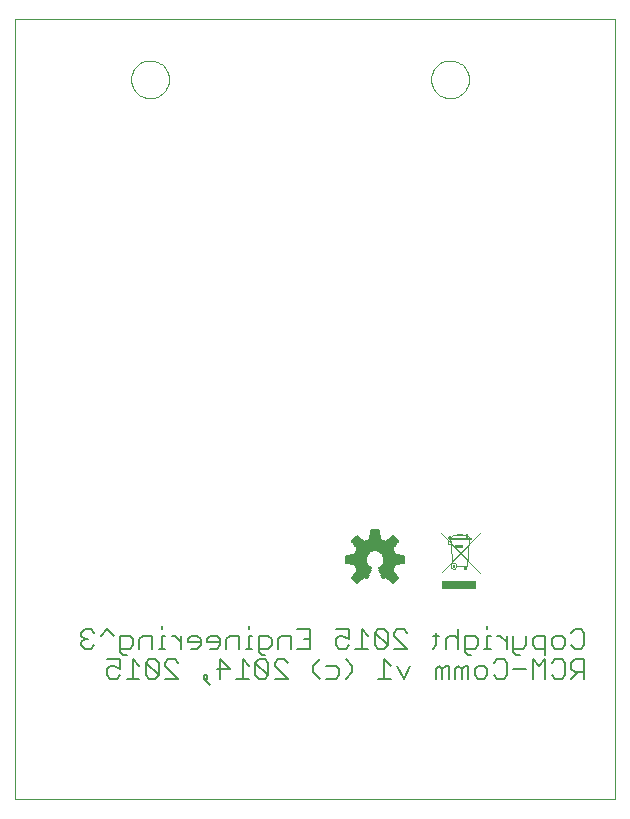
<source format=gbo>
G75*
%MOIN*%
%OFA0B0*%
%FSLAX24Y24*%
%IPPOS*%
%LPD*%
%AMOC8*
5,1,8,0,0,1.08239X$1,22.5*
%
%ADD10C,0.0000*%
%ADD11C,0.0060*%
%ADD12C,0.0059*%
%ADD13C,0.0039*%
%ADD14R,0.1157X0.0291*%
D10*
X006110Y000150D02*
X006110Y026150D01*
X026110Y026150D01*
X026110Y017350D01*
X026109Y000148D01*
X006110Y000150D01*
X009980Y024150D02*
X009982Y024200D01*
X009988Y024250D01*
X009998Y024299D01*
X010012Y024347D01*
X010029Y024394D01*
X010050Y024439D01*
X010075Y024483D01*
X010103Y024524D01*
X010135Y024563D01*
X010169Y024600D01*
X010206Y024634D01*
X010246Y024664D01*
X010288Y024691D01*
X010332Y024715D01*
X010378Y024736D01*
X010425Y024752D01*
X010473Y024765D01*
X010523Y024774D01*
X010572Y024779D01*
X010623Y024780D01*
X010673Y024777D01*
X010722Y024770D01*
X010771Y024759D01*
X010819Y024744D01*
X010865Y024726D01*
X010910Y024704D01*
X010953Y024678D01*
X010994Y024649D01*
X011033Y024617D01*
X011069Y024582D01*
X011101Y024544D01*
X011131Y024504D01*
X011158Y024461D01*
X011181Y024417D01*
X011200Y024371D01*
X011216Y024323D01*
X011228Y024274D01*
X011236Y024225D01*
X011240Y024175D01*
X011240Y024125D01*
X011236Y024075D01*
X011228Y024026D01*
X011216Y023977D01*
X011200Y023929D01*
X011181Y023883D01*
X011158Y023839D01*
X011131Y023796D01*
X011101Y023756D01*
X011069Y023718D01*
X011033Y023683D01*
X010994Y023651D01*
X010953Y023622D01*
X010910Y023596D01*
X010865Y023574D01*
X010819Y023556D01*
X010771Y023541D01*
X010722Y023530D01*
X010673Y023523D01*
X010623Y023520D01*
X010572Y023521D01*
X010523Y023526D01*
X010473Y023535D01*
X010425Y023548D01*
X010378Y023564D01*
X010332Y023585D01*
X010288Y023609D01*
X010246Y023636D01*
X010206Y023666D01*
X010169Y023700D01*
X010135Y023737D01*
X010103Y023776D01*
X010075Y023817D01*
X010050Y023861D01*
X010029Y023906D01*
X010012Y023953D01*
X009998Y024001D01*
X009988Y024050D01*
X009982Y024100D01*
X009980Y024150D01*
X019980Y024150D02*
X019982Y024200D01*
X019988Y024250D01*
X019998Y024299D01*
X020012Y024347D01*
X020029Y024394D01*
X020050Y024439D01*
X020075Y024483D01*
X020103Y024524D01*
X020135Y024563D01*
X020169Y024600D01*
X020206Y024634D01*
X020246Y024664D01*
X020288Y024691D01*
X020332Y024715D01*
X020378Y024736D01*
X020425Y024752D01*
X020473Y024765D01*
X020523Y024774D01*
X020572Y024779D01*
X020623Y024780D01*
X020673Y024777D01*
X020722Y024770D01*
X020771Y024759D01*
X020819Y024744D01*
X020865Y024726D01*
X020910Y024704D01*
X020953Y024678D01*
X020994Y024649D01*
X021033Y024617D01*
X021069Y024582D01*
X021101Y024544D01*
X021131Y024504D01*
X021158Y024461D01*
X021181Y024417D01*
X021200Y024371D01*
X021216Y024323D01*
X021228Y024274D01*
X021236Y024225D01*
X021240Y024175D01*
X021240Y024125D01*
X021236Y024075D01*
X021228Y024026D01*
X021216Y023977D01*
X021200Y023929D01*
X021181Y023883D01*
X021158Y023839D01*
X021131Y023796D01*
X021101Y023756D01*
X021069Y023718D01*
X021033Y023683D01*
X020994Y023651D01*
X020953Y023622D01*
X020910Y023596D01*
X020865Y023574D01*
X020819Y023556D01*
X020771Y023541D01*
X020722Y023530D01*
X020673Y023523D01*
X020623Y023520D01*
X020572Y023521D01*
X020523Y023526D01*
X020473Y023535D01*
X020425Y023548D01*
X020378Y023564D01*
X020332Y023585D01*
X020288Y023609D01*
X020246Y023636D01*
X020206Y023666D01*
X020169Y023700D01*
X020135Y023737D01*
X020103Y023776D01*
X020075Y023817D01*
X020050Y023861D01*
X020029Y023906D01*
X020012Y023953D01*
X019998Y024001D01*
X019988Y024050D01*
X019982Y024100D01*
X019980Y024150D01*
D11*
X021858Y005927D02*
X021858Y005821D01*
X021858Y005607D02*
X021858Y005180D01*
X021965Y005180D02*
X021751Y005180D01*
X021535Y005287D02*
X021428Y005180D01*
X021108Y005180D01*
X021108Y005073D02*
X021108Y005607D01*
X021428Y005607D01*
X021535Y005500D01*
X021535Y005287D01*
X021215Y004966D02*
X021108Y005073D01*
X021215Y004966D02*
X021321Y004966D01*
X021213Y004607D02*
X021106Y004607D01*
X020999Y004500D01*
X020892Y004607D01*
X020786Y004500D01*
X020786Y004180D01*
X020999Y004180D02*
X020999Y004500D01*
X021213Y004607D02*
X021213Y004180D01*
X021430Y004287D02*
X021430Y004500D01*
X021537Y004607D01*
X021750Y004607D01*
X021857Y004500D01*
X021857Y004287D01*
X021750Y004180D01*
X021537Y004180D01*
X021430Y004287D01*
X022075Y004287D02*
X022182Y004180D01*
X022395Y004180D01*
X022502Y004287D01*
X022502Y004714D01*
X022395Y004821D01*
X022182Y004821D01*
X022075Y004714D01*
X022502Y005180D02*
X022502Y005607D01*
X022502Y005394D02*
X022288Y005607D01*
X022182Y005607D01*
X021965Y005607D02*
X021858Y005607D01*
X022719Y005607D02*
X022719Y005073D01*
X022826Y004966D01*
X022933Y004966D01*
X023040Y005180D02*
X022719Y005180D01*
X023040Y005180D02*
X023146Y005287D01*
X023146Y005607D01*
X023364Y005500D02*
X023364Y005287D01*
X023471Y005180D01*
X023791Y005180D01*
X023791Y004966D02*
X023791Y005607D01*
X023471Y005607D01*
X023364Y005500D01*
X024008Y005500D02*
X024115Y005607D01*
X024329Y005607D01*
X024435Y005500D01*
X024435Y005287D01*
X024329Y005180D01*
X024115Y005180D01*
X024008Y005287D01*
X024008Y005500D01*
X024653Y005287D02*
X024760Y005180D01*
X024973Y005180D01*
X025080Y005287D01*
X025080Y005714D01*
X024973Y005821D01*
X024760Y005821D01*
X024653Y005714D01*
X024760Y004821D02*
X024653Y004714D01*
X024653Y004500D01*
X024760Y004394D01*
X025080Y004394D01*
X024866Y004394D02*
X024653Y004180D01*
X024435Y004287D02*
X024329Y004180D01*
X024115Y004180D01*
X024008Y004287D01*
X023791Y004180D02*
X023791Y004821D01*
X023577Y004607D01*
X023364Y004821D01*
X023364Y004180D01*
X023146Y004500D02*
X022719Y004500D01*
X024008Y004714D02*
X024115Y004821D01*
X024329Y004821D01*
X024435Y004714D01*
X024435Y004287D01*
X024760Y004821D02*
X025080Y004821D01*
X025080Y004180D01*
X020890Y005180D02*
X020890Y005821D01*
X020784Y005607D02*
X020570Y005607D01*
X020463Y005500D01*
X020463Y005180D01*
X020139Y005287D02*
X020032Y005180D01*
X020139Y005287D02*
X020139Y005714D01*
X020246Y005607D02*
X020032Y005607D01*
X020784Y005607D02*
X020890Y005500D01*
X020568Y004607D02*
X020461Y004607D01*
X020355Y004500D01*
X020248Y004607D01*
X020141Y004500D01*
X020141Y004180D01*
X020355Y004180D02*
X020355Y004500D01*
X020568Y004607D02*
X020568Y004180D01*
X019279Y004607D02*
X019066Y004180D01*
X018852Y004607D01*
X018635Y004607D02*
X018421Y004821D01*
X018421Y004180D01*
X018635Y004180D02*
X018207Y004180D01*
X017345Y004394D02*
X017132Y004180D01*
X016916Y004287D02*
X016809Y004180D01*
X016489Y004180D01*
X016271Y004180D02*
X016058Y004394D01*
X016058Y004607D01*
X016271Y004821D01*
X016489Y004607D02*
X016809Y004607D01*
X016916Y004500D01*
X016916Y004287D01*
X017345Y004394D02*
X017345Y004607D01*
X017132Y004821D01*
X017131Y005180D02*
X016918Y005180D01*
X016811Y005287D01*
X016811Y005500D01*
X016918Y005607D01*
X017024Y005607D01*
X017238Y005500D01*
X017238Y005821D01*
X016811Y005821D01*
X017238Y005287D02*
X017131Y005180D01*
X017455Y005180D02*
X017883Y005180D01*
X017669Y005180D02*
X017669Y005821D01*
X017883Y005607D01*
X018100Y005714D02*
X018100Y005287D01*
X018207Y005180D01*
X018420Y005180D01*
X018527Y005287D01*
X018100Y005714D01*
X018207Y005821D01*
X018420Y005821D01*
X018527Y005714D01*
X018527Y005287D01*
X018745Y005180D02*
X019172Y005180D01*
X018745Y005607D01*
X018745Y005714D01*
X018851Y005821D01*
X019065Y005821D01*
X019172Y005714D01*
X015949Y005821D02*
X015949Y005180D01*
X015522Y005180D01*
X015304Y005180D02*
X015304Y005607D01*
X014984Y005607D01*
X014877Y005500D01*
X014877Y005180D01*
X014660Y005287D02*
X014553Y005180D01*
X014233Y005180D01*
X014233Y005073D02*
X014233Y005607D01*
X014553Y005607D01*
X014660Y005500D01*
X014660Y005287D01*
X014340Y004966D02*
X014233Y005073D01*
X014340Y004966D02*
X014446Y004966D01*
X014446Y004821D02*
X014232Y004821D01*
X014125Y004714D01*
X014552Y004287D01*
X014446Y004180D01*
X014232Y004180D01*
X014125Y004287D01*
X014125Y004714D01*
X013908Y004607D02*
X013694Y004821D01*
X013694Y004180D01*
X013481Y004180D02*
X013908Y004180D01*
X013263Y004500D02*
X012836Y004500D01*
X012943Y004180D02*
X012943Y004821D01*
X013263Y004500D01*
X013158Y005180D02*
X013158Y005500D01*
X013265Y005607D01*
X013586Y005607D01*
X013586Y005180D01*
X013802Y005180D02*
X014015Y005180D01*
X013908Y005180D02*
X013908Y005607D01*
X014015Y005607D01*
X013908Y005821D02*
X013908Y005927D01*
X012941Y005500D02*
X012834Y005607D01*
X012621Y005607D01*
X012514Y005500D01*
X012514Y005394D01*
X012941Y005394D01*
X012941Y005500D02*
X012941Y005287D01*
X012834Y005180D01*
X012621Y005180D01*
X012296Y005287D02*
X012296Y005500D01*
X012190Y005607D01*
X011976Y005607D01*
X011869Y005500D01*
X011869Y005394D01*
X012296Y005394D01*
X012296Y005287D02*
X012190Y005180D01*
X011976Y005180D01*
X011652Y005180D02*
X011652Y005607D01*
X011652Y005394D02*
X011438Y005607D01*
X011332Y005607D01*
X011115Y005607D02*
X011008Y005607D01*
X011008Y005180D01*
X011115Y005180D02*
X010901Y005180D01*
X010685Y005180D02*
X010685Y005607D01*
X010365Y005607D01*
X010258Y005500D01*
X010258Y005180D01*
X010041Y005287D02*
X009934Y005180D01*
X009613Y005180D01*
X009613Y005073D02*
X009613Y005607D01*
X009934Y005607D01*
X010041Y005500D01*
X010041Y005287D01*
X009827Y004966D02*
X009720Y004966D01*
X009613Y005073D01*
X009611Y004821D02*
X009184Y004821D01*
X009291Y004607D02*
X009184Y004500D01*
X009184Y004287D01*
X009291Y004180D01*
X009504Y004180D01*
X009611Y004287D01*
X009611Y004500D02*
X009397Y004607D01*
X009291Y004607D01*
X009611Y004500D02*
X009611Y004821D01*
X010042Y004821D02*
X010042Y004180D01*
X010255Y004180D02*
X009828Y004180D01*
X010255Y004607D02*
X010042Y004821D01*
X010473Y004714D02*
X010900Y004287D01*
X010793Y004180D01*
X010580Y004180D01*
X010473Y004287D01*
X010473Y004714D01*
X010580Y004821D01*
X010793Y004821D01*
X010900Y004714D01*
X010900Y004287D01*
X011117Y004180D02*
X011544Y004180D01*
X011117Y004607D01*
X011117Y004714D01*
X011224Y004821D01*
X011438Y004821D01*
X011544Y004714D01*
X012405Y004287D02*
X012405Y004180D01*
X012512Y004180D01*
X012512Y004287D01*
X012405Y004287D01*
X012405Y004180D02*
X012619Y003966D01*
X014446Y004821D02*
X014552Y004714D01*
X014552Y004287D01*
X014770Y004180D02*
X015197Y004180D01*
X014770Y004607D01*
X014770Y004714D01*
X014877Y004821D01*
X015090Y004821D01*
X015197Y004714D01*
X015735Y005500D02*
X015949Y005500D01*
X015949Y005821D02*
X015522Y005821D01*
X011008Y005821D02*
X011008Y005927D01*
X009396Y005607D02*
X009182Y005821D01*
X008969Y005607D01*
X008751Y005714D02*
X008645Y005821D01*
X008431Y005821D01*
X008324Y005714D01*
X008324Y005607D01*
X008431Y005500D01*
X008324Y005394D01*
X008324Y005287D01*
X008431Y005180D01*
X008645Y005180D01*
X008751Y005287D01*
X008538Y005500D02*
X008431Y005500D01*
D12*
X017133Y008030D02*
X017133Y008270D01*
X017451Y008302D01*
X017485Y008409D01*
X017536Y008509D01*
X017334Y008756D01*
X017504Y008926D01*
X017751Y008724D01*
X017851Y008775D01*
X017958Y008809D01*
X017990Y009127D01*
X018230Y009127D01*
X018262Y008809D01*
X018369Y008775D01*
X018469Y008724D01*
X018716Y008926D01*
X018886Y008756D01*
X018684Y008509D01*
X018735Y008409D01*
X018769Y008302D01*
X019087Y008270D01*
X019087Y008030D01*
X018769Y007998D01*
X018735Y007891D01*
X018684Y007791D01*
X018886Y007544D01*
X018716Y007374D01*
X018469Y007576D01*
X018369Y007525D01*
X018228Y007866D01*
X018281Y007894D01*
X018328Y007932D01*
X018366Y007979D01*
X018394Y008032D01*
X018412Y008090D01*
X018418Y008150D01*
X018411Y008213D01*
X018392Y008273D01*
X018361Y008328D01*
X018319Y008375D01*
X018269Y008413D01*
X018212Y008440D01*
X018150Y008455D01*
X018087Y008457D01*
X018025Y008446D01*
X017966Y008422D01*
X017914Y008387D01*
X017870Y008342D01*
X017835Y008289D01*
X017813Y008230D01*
X017803Y008167D01*
X017806Y008104D01*
X017822Y008043D01*
X017850Y007986D01*
X017888Y007937D01*
X017937Y007896D01*
X017992Y007866D01*
X017851Y007525D01*
X017751Y007576D01*
X017504Y007374D01*
X017334Y007544D01*
X017536Y007791D01*
X017485Y007891D01*
X017451Y007998D01*
X017133Y008030D01*
X017133Y008035D02*
X017826Y008035D01*
X017809Y008093D02*
X017133Y008093D01*
X017133Y008150D02*
X017804Y008150D01*
X017809Y008208D02*
X017133Y008208D01*
X017133Y008265D02*
X017827Y008265D01*
X017857Y008323D02*
X017457Y008323D01*
X017476Y008380D02*
X017907Y008380D01*
X018006Y008438D02*
X017500Y008438D01*
X017529Y008496D02*
X018691Y008496D01*
X018720Y008553D02*
X017500Y008553D01*
X017453Y008611D02*
X018767Y008611D01*
X018814Y008668D02*
X017406Y008668D01*
X017359Y008726D02*
X017749Y008726D01*
X017755Y008726D02*
X018465Y008726D01*
X018471Y008726D02*
X018861Y008726D01*
X018858Y008783D02*
X018541Y008783D01*
X018612Y008841D02*
X018801Y008841D01*
X018743Y008898D02*
X018683Y008898D01*
X018344Y008783D02*
X017876Y008783D01*
X017961Y008841D02*
X018259Y008841D01*
X018253Y008898D02*
X017967Y008898D01*
X017973Y008956D02*
X018247Y008956D01*
X018241Y009014D02*
X017979Y009014D01*
X017984Y009071D02*
X018236Y009071D01*
X017679Y008783D02*
X017362Y008783D01*
X017419Y008841D02*
X017608Y008841D01*
X017537Y008898D02*
X017477Y008898D01*
X018217Y008438D02*
X018720Y008438D01*
X018744Y008380D02*
X018313Y008380D01*
X018364Y008323D02*
X018763Y008323D01*
X019087Y008265D02*
X018394Y008265D01*
X018412Y008208D02*
X019087Y008208D01*
X019087Y008150D02*
X018418Y008150D01*
X018412Y008093D02*
X019087Y008093D01*
X019087Y008035D02*
X018395Y008035D01*
X018364Y007978D02*
X018763Y007978D01*
X018744Y007920D02*
X018312Y007920D01*
X018229Y007862D02*
X018720Y007862D01*
X018691Y007805D02*
X018253Y007805D01*
X018277Y007747D02*
X018720Y007747D01*
X018767Y007690D02*
X018301Y007690D01*
X018324Y007632D02*
X018814Y007632D01*
X018861Y007575D02*
X018470Y007575D01*
X018466Y007575D02*
X018348Y007575D01*
X018541Y007517D02*
X018859Y007517D01*
X018801Y007460D02*
X018612Y007460D01*
X018682Y007402D02*
X018744Y007402D01*
X017943Y007747D02*
X017500Y007747D01*
X017529Y007805D02*
X017967Y007805D01*
X017991Y007862D02*
X017500Y007862D01*
X017476Y007920D02*
X017908Y007920D01*
X017856Y007978D02*
X017457Y007978D01*
X017453Y007690D02*
X017919Y007690D01*
X017896Y007632D02*
X017406Y007632D01*
X017359Y007575D02*
X017750Y007575D01*
X017754Y007575D02*
X017872Y007575D01*
X017679Y007517D02*
X017361Y007517D01*
X017419Y007460D02*
X017608Y007460D01*
X017538Y007402D02*
X017476Y007402D01*
D13*
X020350Y007741D02*
X021610Y009040D01*
X021311Y008855D02*
X021311Y008831D01*
X020586Y008827D01*
X020586Y008851D01*
X021311Y008855D01*
X021248Y008835D02*
X021236Y008886D01*
X021212Y008918D01*
X021181Y008941D01*
X021141Y008957D01*
X021094Y008973D01*
X021059Y008977D01*
X021027Y008981D01*
X021004Y008981D01*
X021004Y008953D01*
X020827Y008953D01*
X020827Y009012D01*
X021000Y009012D01*
X021000Y008965D01*
X021145Y008985D02*
X021145Y008859D01*
X021177Y008859D01*
X021177Y008981D01*
X021177Y008985D02*
X021145Y008985D01*
X021248Y008835D02*
X021169Y007918D01*
X021118Y007918D01*
X021118Y007831D01*
X021090Y007819D02*
X021090Y007918D01*
X021118Y007918D01*
X021090Y007918D02*
X020819Y007918D01*
X020823Y007922D02*
X020807Y007886D01*
X020787Y007863D01*
X020760Y007847D01*
X020724Y007843D01*
X020685Y007851D01*
X020657Y007870D01*
X020638Y007902D01*
X020634Y007937D01*
X020638Y007973D01*
X020653Y008000D01*
X020677Y008016D01*
X020685Y008028D02*
X020720Y008032D01*
X020760Y008028D01*
X020799Y008004D01*
X020811Y007981D01*
X020823Y007953D01*
X020823Y007922D01*
X020752Y007933D02*
X020752Y007945D01*
X020744Y007957D01*
X020732Y007961D01*
X020728Y007941D01*
X020724Y007961D02*
X020712Y007957D01*
X020704Y007945D01*
X020704Y007930D01*
X020712Y007918D01*
X020724Y007914D01*
X020736Y007914D01*
X020748Y007922D01*
X020752Y007933D01*
X020685Y008028D02*
X020630Y008658D01*
X020543Y008658D01*
X020543Y008772D01*
X020618Y008772D01*
X020657Y008772D01*
X020657Y008658D01*
X020630Y008658D01*
X020618Y008772D02*
X020618Y008843D01*
X020634Y008886D01*
X020661Y008922D01*
X020689Y008945D01*
X020724Y008961D01*
X020775Y008973D01*
X020823Y008981D01*
X020618Y008890D02*
X020610Y008906D01*
X020594Y008918D01*
X020575Y008918D01*
X020563Y008914D01*
X020551Y008902D01*
X020547Y008882D01*
X020551Y008867D01*
X020559Y008859D01*
X020579Y008851D01*
X020586Y008851D01*
X020602Y008851D01*
X020606Y008867D01*
X020582Y008882D01*
X020311Y009040D02*
X021610Y007701D01*
X021149Y007819D02*
X021149Y007914D01*
X021149Y007819D02*
X021090Y007819D01*
X021004Y008552D02*
X020783Y008552D01*
X020783Y008622D01*
X021004Y008622D01*
X021004Y008587D01*
X020803Y008587D01*
X021004Y008587D02*
X021004Y008552D01*
D14*
X020925Y007292D03*
M02*

</source>
